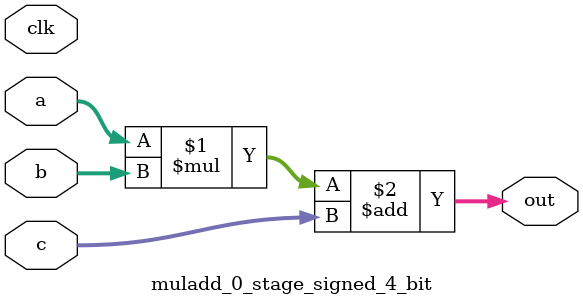
<source format=sv>
(* use_dsp = "yes" *) module muladd_0_stage_signed_4_bit(
	input signed [3:0] a,
	input signed [3:0] b,
	input signed [3:0] c,
	output [3:0] out,
	input clk);

	assign out = (a * b) + c;
endmodule

</source>
